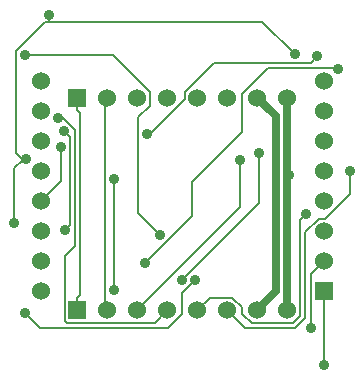
<source format=gbl>
G04 (created by PCBNEW (2013-jul-07)-stable) date Thu 02 Jun 2016 05:53:07 PM PDT*
%MOIN*%
G04 Gerber Fmt 3.4, Leading zero omitted, Abs format*
%FSLAX34Y34*%
G01*
G70*
G90*
G04 APERTURE LIST*
%ADD10C,0.00590551*%
%ADD11C,0.06*%
%ADD12R,0.06X0.06*%
%ADD13C,0.035*%
%ADD14C,0.008*%
%ADD15C,0.025*%
G04 APERTURE END LIST*
G54D10*
G54D11*
X40944Y-29569D03*
X40944Y-30569D03*
X40944Y-31569D03*
X40944Y-32569D03*
X40944Y-33569D03*
X40944Y-34569D03*
X40944Y-35569D03*
X40944Y-36569D03*
G54D12*
X50393Y-36569D03*
G54D11*
X50393Y-35569D03*
X50393Y-34569D03*
X50393Y-33569D03*
X50393Y-32569D03*
X50393Y-31569D03*
X50393Y-30569D03*
X50393Y-29569D03*
G54D12*
X42168Y-30117D03*
G54D11*
X43168Y-30117D03*
X44168Y-30117D03*
X45168Y-30117D03*
X46168Y-30117D03*
X47168Y-30117D03*
X48168Y-30117D03*
X49168Y-30117D03*
G54D12*
X42168Y-37205D03*
G54D11*
X43168Y-37205D03*
X44168Y-37205D03*
X45168Y-37205D03*
X46168Y-37205D03*
X47168Y-37205D03*
X48168Y-37205D03*
X49168Y-37205D03*
G54D13*
X41235Y-27342D03*
X40449Y-32165D03*
X40055Y-34303D03*
X49410Y-28671D03*
X49973Y-37795D03*
X50393Y-39015D03*
X41747Y-34539D03*
X41726Y-31238D03*
X50173Y-28736D03*
X44505Y-31313D03*
X43385Y-36537D03*
X43385Y-32840D03*
X50858Y-29168D03*
X44425Y-35630D03*
X48214Y-31974D03*
X45649Y-36195D03*
X49211Y-32701D03*
X49794Y-34000D03*
X46092Y-36190D03*
X40423Y-37286D03*
X44913Y-34677D03*
X40410Y-28684D03*
X41610Y-31746D03*
X47599Y-32204D03*
X51247Y-32555D03*
X41541Y-30792D03*
G54D14*
X40055Y-32471D02*
X40055Y-34303D01*
X40347Y-32179D02*
X40055Y-32471D01*
X40435Y-32179D02*
X40449Y-32165D01*
X40347Y-32179D02*
X40435Y-32179D01*
X48329Y-27590D02*
X41235Y-27590D01*
X49410Y-28671D02*
X48329Y-27590D01*
X41235Y-27342D02*
X41235Y-27590D01*
X40115Y-31947D02*
X40347Y-32179D01*
X40115Y-28555D02*
X40115Y-31947D01*
X41080Y-27590D02*
X40115Y-28555D01*
X41235Y-27590D02*
X41080Y-27590D01*
X49973Y-35989D02*
X49973Y-37795D01*
X50393Y-35569D02*
X49973Y-35989D01*
X50393Y-36569D02*
X50393Y-39015D01*
X41917Y-31429D02*
X41726Y-31238D01*
X41917Y-34369D02*
X41917Y-31429D01*
X41747Y-34539D02*
X41917Y-34369D01*
X49942Y-28966D02*
X50173Y-28736D01*
X46714Y-28966D02*
X49942Y-28966D01*
X45748Y-29932D02*
X46714Y-28966D01*
X45748Y-30153D02*
X45748Y-29932D01*
X44588Y-31313D02*
X45748Y-30153D01*
X44505Y-31313D02*
X44588Y-31313D01*
X43385Y-32840D02*
X43385Y-36537D01*
X45986Y-34069D02*
X44425Y-35630D01*
X45986Y-32926D02*
X45986Y-34069D01*
X47668Y-31244D02*
X45986Y-32926D01*
X47668Y-30005D02*
X47668Y-31244D01*
X48540Y-29134D02*
X47668Y-30005D01*
X50823Y-29134D02*
X48540Y-29134D01*
X50858Y-29168D02*
X50823Y-29134D01*
X48214Y-33629D02*
X45649Y-36195D01*
X48214Y-31974D02*
X48214Y-33629D01*
G54D15*
X49168Y-37205D02*
X49168Y-31951D01*
X49168Y-31951D02*
X49168Y-30117D01*
G54D14*
X49211Y-31994D02*
X49211Y-32701D01*
X49168Y-31951D02*
X49211Y-31994D01*
X49602Y-34192D02*
X49794Y-34000D01*
X49602Y-37383D02*
X49602Y-34192D01*
X49352Y-37634D02*
X49602Y-37383D01*
X47977Y-37634D02*
X49352Y-37634D01*
X47668Y-37325D02*
X47977Y-37634D01*
X47668Y-37105D02*
X47668Y-37325D01*
X47340Y-36777D02*
X47668Y-37105D01*
X46596Y-36777D02*
X47340Y-36777D01*
X46168Y-37205D02*
X46596Y-36777D01*
X45668Y-36614D02*
X46092Y-36190D01*
X45668Y-37310D02*
X45668Y-36614D01*
X45187Y-37792D02*
X45668Y-37310D01*
X40928Y-37792D02*
X45187Y-37792D01*
X40423Y-37286D02*
X40928Y-37792D01*
X43356Y-28684D02*
X40410Y-28684D01*
X44589Y-29916D02*
X43356Y-28684D01*
X44589Y-30377D02*
X44589Y-29916D01*
X44194Y-30772D02*
X44589Y-30377D01*
X44194Y-33958D02*
X44194Y-30772D01*
X44913Y-34677D02*
X44194Y-33958D01*
X43089Y-30197D02*
X43168Y-30117D01*
X43089Y-37125D02*
X43089Y-30197D01*
X43168Y-37205D02*
X43089Y-37125D01*
X41610Y-32903D02*
X41610Y-31746D01*
X40944Y-33569D02*
X41610Y-32903D01*
X47599Y-33774D02*
X44168Y-37205D01*
X47599Y-32204D02*
X47599Y-33774D01*
X51247Y-33309D02*
X51247Y-32555D01*
X50408Y-34148D02*
X51247Y-33309D01*
X50210Y-34148D02*
X50408Y-34148D01*
X49762Y-34596D02*
X50210Y-34148D01*
X49762Y-37474D02*
X49762Y-34596D01*
X49429Y-37807D02*
X49762Y-37474D01*
X47771Y-37807D02*
X49429Y-37807D01*
X47168Y-37205D02*
X47771Y-37807D01*
X41698Y-30792D02*
X41541Y-30792D01*
X42088Y-31183D02*
X41698Y-30792D01*
X42088Y-35058D02*
X42088Y-31183D01*
X41748Y-35398D02*
X42088Y-35058D01*
X41748Y-37554D02*
X41748Y-35398D01*
X41819Y-37625D02*
X41748Y-37554D01*
X44748Y-37625D02*
X41819Y-37625D01*
X45168Y-37205D02*
X44748Y-37625D01*
X42261Y-30630D02*
X42168Y-30538D01*
X42261Y-36692D02*
X42261Y-30630D01*
X42168Y-36784D02*
X42261Y-36692D01*
X42168Y-37205D02*
X42168Y-36784D01*
X42168Y-30117D02*
X42168Y-30538D01*
G54D15*
X48779Y-30728D02*
X48168Y-30117D01*
X48779Y-36574D02*
X48779Y-30728D01*
X48168Y-37185D02*
X48779Y-36574D01*
X48168Y-37205D02*
X48168Y-37185D01*
M02*

</source>
